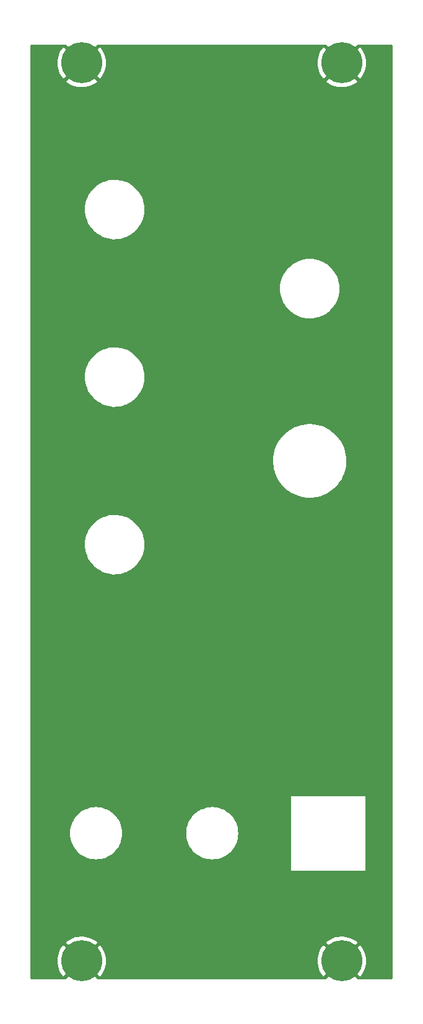
<source format=gtl>
G04 #@! TF.GenerationSoftware,KiCad,Pcbnew,6.0.5+dfsg-1~bpo11+1*
G04 #@! TF.CreationDate,2022-10-14T00:14:09+00:00*
G04 #@! TF.ProjectId,SSI2140_Phase_Shifter_front_panel,53534932-3134-4305-9f50-686173655f53,0*
G04 #@! TF.SameCoordinates,Original*
G04 #@! TF.FileFunction,Copper,L1,Top*
G04 #@! TF.FilePolarity,Positive*
%FSLAX46Y46*%
G04 Gerber Fmt 4.6, Leading zero omitted, Abs format (unit mm)*
G04 Created by KiCad (PCBNEW 6.0.5+dfsg-1~bpo11+1) date 2022-10-14 00:14:09*
%MOMM*%
%LPD*%
G01*
G04 APERTURE LIST*
G04 #@! TA.AperFunction,ComponentPad*
%ADD10C,5.600000*%
G04 #@! TD*
G04 APERTURE END LIST*
D10*
X126305000Y-32705000D03*
X161865000Y-32705000D03*
X161865000Y-155205000D03*
X126305000Y-155205000D03*
G04 #@! TA.AperFunction,Conductor*
G36*
X124188642Y-30233502D02*
G01*
X124209616Y-30250405D01*
X126292190Y-32332980D01*
X126306131Y-32340592D01*
X126307966Y-32340461D01*
X126314580Y-32336210D01*
X128400384Y-30250405D01*
X128462696Y-30216380D01*
X128489479Y-30213500D01*
X159680521Y-30213500D01*
X159748642Y-30233502D01*
X159769616Y-30250405D01*
X161852190Y-32332980D01*
X161866131Y-32340592D01*
X161867966Y-32340461D01*
X161874580Y-32336210D01*
X163960384Y-30250405D01*
X164022696Y-30216380D01*
X164049479Y-30213500D01*
X168670500Y-30213500D01*
X168738621Y-30233502D01*
X168785114Y-30287158D01*
X168796500Y-30339500D01*
X168796500Y-157570500D01*
X168776498Y-157638621D01*
X168722842Y-157685114D01*
X168670500Y-157696500D01*
X164049479Y-157696500D01*
X163981358Y-157676498D01*
X163960384Y-157659595D01*
X161877810Y-155577020D01*
X161863869Y-155569408D01*
X161862034Y-155569539D01*
X161855420Y-155573790D01*
X159769616Y-157659595D01*
X159707304Y-157693620D01*
X159680521Y-157696500D01*
X128489479Y-157696500D01*
X128421358Y-157676498D01*
X128400384Y-157659595D01*
X126317810Y-155577020D01*
X126303869Y-155569408D01*
X126302034Y-155569539D01*
X126295420Y-155573790D01*
X124209616Y-157659595D01*
X124147304Y-157693620D01*
X124120521Y-157696500D01*
X119439500Y-157696500D01*
X119371379Y-157676498D01*
X119324886Y-157622842D01*
X119313500Y-157570500D01*
X119313500Y-155196832D01*
X122992333Y-155196832D01*
X123010117Y-155547893D01*
X123010827Y-155554649D01*
X123066420Y-155901723D01*
X123067859Y-155908378D01*
X123160608Y-156247410D01*
X123162757Y-156253871D01*
X123291581Y-156580912D01*
X123294412Y-156587095D01*
X123457803Y-156898310D01*
X123461286Y-156904152D01*
X123657330Y-157195896D01*
X123661433Y-157201340D01*
X123781425Y-157343836D01*
X123794164Y-157352279D01*
X123804608Y-157346181D01*
X125932980Y-155217810D01*
X125939357Y-155206131D01*
X126669408Y-155206131D01*
X126669539Y-155207966D01*
X126673790Y-155214580D01*
X128804009Y-157344798D01*
X128817605Y-157352223D01*
X128827218Y-157345522D01*
X128927518Y-157228912D01*
X128931676Y-157223514D01*
X129130762Y-156933840D01*
X129134310Y-156928029D01*
X129300942Y-156618559D01*
X129303849Y-156612381D01*
X129436090Y-156286713D01*
X129438304Y-156280283D01*
X129534598Y-155942237D01*
X129536105Y-155935607D01*
X129595332Y-155589118D01*
X129596112Y-155582378D01*
X129617668Y-155229925D01*
X129617784Y-155226323D01*
X129617853Y-155206819D01*
X129617761Y-155203194D01*
X129617416Y-155196832D01*
X158552333Y-155196832D01*
X158570117Y-155547893D01*
X158570827Y-155554649D01*
X158626420Y-155901723D01*
X158627859Y-155908378D01*
X158720608Y-156247410D01*
X158722757Y-156253871D01*
X158851581Y-156580912D01*
X158854412Y-156587095D01*
X159017803Y-156898310D01*
X159021286Y-156904152D01*
X159217330Y-157195896D01*
X159221433Y-157201340D01*
X159341425Y-157343836D01*
X159354164Y-157352279D01*
X159364608Y-157346181D01*
X161492980Y-155217810D01*
X161499357Y-155206131D01*
X162229408Y-155206131D01*
X162229539Y-155207966D01*
X162233790Y-155214580D01*
X164364009Y-157344798D01*
X164377605Y-157352223D01*
X164387218Y-157345522D01*
X164487518Y-157228912D01*
X164491676Y-157223514D01*
X164690762Y-156933840D01*
X164694310Y-156928029D01*
X164860942Y-156618559D01*
X164863849Y-156612381D01*
X164996090Y-156286713D01*
X164998304Y-156280283D01*
X165094598Y-155942237D01*
X165096105Y-155935607D01*
X165155332Y-155589118D01*
X165156112Y-155582378D01*
X165177668Y-155229925D01*
X165177784Y-155226323D01*
X165177853Y-155206819D01*
X165177761Y-155203194D01*
X165158666Y-154850615D01*
X165157931Y-154843849D01*
X165101130Y-154496985D01*
X165099663Y-154490313D01*
X165005736Y-154151627D01*
X165003562Y-154145163D01*
X164873598Y-153818578D01*
X164870742Y-153812398D01*
X164706269Y-153501763D01*
X164702769Y-153495937D01*
X164505697Y-153204862D01*
X164501590Y-153199453D01*
X164388565Y-153066179D01*
X164375740Y-153057743D01*
X164365416Y-153063795D01*
X162237020Y-155192190D01*
X162229408Y-155206131D01*
X161499357Y-155206131D01*
X161500592Y-155203869D01*
X161500461Y-155202034D01*
X161496210Y-155195420D01*
X159365992Y-153065203D01*
X159352455Y-153057811D01*
X159342753Y-153064599D01*
X159235430Y-153190257D01*
X159231296Y-153195664D01*
X159033215Y-153486041D01*
X159029697Y-153491851D01*
X158864134Y-153801922D01*
X158861259Y-153808087D01*
X158730155Y-154134218D01*
X158727962Y-154140658D01*
X158632846Y-154479044D01*
X158631363Y-154485679D01*
X158573350Y-154832354D01*
X158572591Y-154839126D01*
X158552357Y-155190037D01*
X158552333Y-155196832D01*
X129617416Y-155196832D01*
X129598666Y-154850615D01*
X129597931Y-154843849D01*
X129541130Y-154496985D01*
X129539663Y-154490313D01*
X129445736Y-154151627D01*
X129443562Y-154145163D01*
X129313598Y-153818578D01*
X129310742Y-153812398D01*
X129146269Y-153501763D01*
X129142769Y-153495937D01*
X128945697Y-153204862D01*
X128941590Y-153199453D01*
X128828565Y-153066179D01*
X128815740Y-153057743D01*
X128805416Y-153063795D01*
X126677020Y-155192190D01*
X126669408Y-155206131D01*
X125939357Y-155206131D01*
X125940592Y-155203869D01*
X125940461Y-155202034D01*
X125936210Y-155195420D01*
X123805992Y-153065203D01*
X123792455Y-153057811D01*
X123782753Y-153064599D01*
X123675430Y-153190257D01*
X123671296Y-153195664D01*
X123473215Y-153486041D01*
X123469697Y-153491851D01*
X123304134Y-153801922D01*
X123301259Y-153808087D01*
X123170155Y-154134218D01*
X123167962Y-154140658D01*
X123072846Y-154479044D01*
X123071363Y-154485679D01*
X123013350Y-154832354D01*
X123012591Y-154839126D01*
X122992357Y-155190037D01*
X122992333Y-155196832D01*
X119313500Y-155196832D01*
X119313500Y-152691862D01*
X124154950Y-152691862D01*
X124154986Y-152692704D01*
X124160037Y-152700826D01*
X126292190Y-154832980D01*
X126306131Y-154840592D01*
X126307966Y-154840461D01*
X126314580Y-154836210D01*
X128447798Y-152702991D01*
X128453875Y-152691862D01*
X159714950Y-152691862D01*
X159714986Y-152692704D01*
X159720037Y-152700826D01*
X161852190Y-154832980D01*
X161866131Y-154840592D01*
X161867966Y-154840461D01*
X161874580Y-154836210D01*
X164007798Y-152702991D01*
X164015412Y-152689047D01*
X164015344Y-152688089D01*
X164010836Y-152681272D01*
X164009418Y-152680065D01*
X163729813Y-152467064D01*
X163724187Y-152463240D01*
X163423214Y-152281681D01*
X163417202Y-152278484D01*
X163098370Y-152130487D01*
X163092070Y-152127967D01*
X162759129Y-152015273D01*
X162752551Y-152013437D01*
X162409417Y-151937367D01*
X162402678Y-151936251D01*
X162053310Y-151897680D01*
X162046529Y-151897301D01*
X161695015Y-151896687D01*
X161688242Y-151897042D01*
X161338720Y-151934395D01*
X161332010Y-151935482D01*
X160988586Y-152010361D01*
X160982011Y-152012172D01*
X160648683Y-152123702D01*
X160642361Y-152126205D01*
X160323034Y-152273079D01*
X160316991Y-152276265D01*
X160015401Y-152456763D01*
X160009755Y-152460571D01*
X159729408Y-152672596D01*
X159724211Y-152676987D01*
X159722972Y-152678155D01*
X159714950Y-152691862D01*
X128453875Y-152691862D01*
X128455412Y-152689047D01*
X128455344Y-152688089D01*
X128450836Y-152681272D01*
X128449418Y-152680065D01*
X128169813Y-152467064D01*
X128164187Y-152463240D01*
X127863214Y-152281681D01*
X127857202Y-152278484D01*
X127538370Y-152130487D01*
X127532070Y-152127967D01*
X127199129Y-152015273D01*
X127192551Y-152013437D01*
X126849417Y-151937367D01*
X126842678Y-151936251D01*
X126493310Y-151897680D01*
X126486529Y-151897301D01*
X126135015Y-151896687D01*
X126128242Y-151897042D01*
X125778720Y-151934395D01*
X125772010Y-151935482D01*
X125428586Y-152010361D01*
X125422011Y-152012172D01*
X125088683Y-152123702D01*
X125082361Y-152126205D01*
X124763034Y-152273079D01*
X124756991Y-152276265D01*
X124455401Y-152456763D01*
X124449755Y-152460571D01*
X124169408Y-152672596D01*
X124164211Y-152676987D01*
X124162972Y-152678155D01*
X124154950Y-152691862D01*
X119313500Y-152691862D01*
X119313500Y-142875000D01*
X154940000Y-142875000D01*
X165100000Y-142875000D01*
X165100000Y-132715000D01*
X154940000Y-132715000D01*
X154940000Y-142875000D01*
X119313500Y-142875000D01*
X119313500Y-137795000D01*
X124706617Y-137795000D01*
X124726138Y-138167475D01*
X124784485Y-138535869D01*
X124881021Y-138896146D01*
X125014688Y-139244358D01*
X125016180Y-139247286D01*
X125016183Y-139247293D01*
X125037361Y-139288856D01*
X125184020Y-139576691D01*
X125185816Y-139579457D01*
X125185818Y-139579460D01*
X125385366Y-139886737D01*
X125387163Y-139889504D01*
X125621890Y-140179369D01*
X125885631Y-140443110D01*
X126175496Y-140677837D01*
X126488308Y-140880980D01*
X126661083Y-140969013D01*
X126817707Y-141048817D01*
X126817714Y-141048820D01*
X126820642Y-141050312D01*
X126823714Y-141051491D01*
X126823718Y-141051493D01*
X126949749Y-141099872D01*
X127168854Y-141183979D01*
X127529131Y-141280515D01*
X127532381Y-141281030D01*
X127532387Y-141281031D01*
X127805628Y-141324307D01*
X127897525Y-141338862D01*
X127900810Y-141339034D01*
X127900818Y-141339035D01*
X128266699Y-141358210D01*
X128270000Y-141358383D01*
X128273301Y-141358210D01*
X128639182Y-141339035D01*
X128639190Y-141339034D01*
X128642475Y-141338862D01*
X128734372Y-141324307D01*
X129007613Y-141281031D01*
X129007619Y-141281030D01*
X129010869Y-141280515D01*
X129371146Y-141183979D01*
X129590251Y-141099872D01*
X129716282Y-141051493D01*
X129716286Y-141051491D01*
X129719358Y-141050312D01*
X129722286Y-141048820D01*
X129722293Y-141048817D01*
X129878917Y-140969013D01*
X130051692Y-140880980D01*
X130364504Y-140677837D01*
X130654369Y-140443110D01*
X130918110Y-140179369D01*
X131152837Y-139889504D01*
X131154634Y-139886737D01*
X131354182Y-139579460D01*
X131354184Y-139579457D01*
X131355980Y-139576691D01*
X131502640Y-139288856D01*
X131523817Y-139247293D01*
X131523820Y-139247286D01*
X131525312Y-139244358D01*
X131658979Y-138896146D01*
X131755515Y-138535869D01*
X131813862Y-138167475D01*
X131833383Y-137795000D01*
X140581617Y-137795000D01*
X140601138Y-138167475D01*
X140659485Y-138535869D01*
X140756021Y-138896146D01*
X140889688Y-139244358D01*
X140891180Y-139247286D01*
X140891183Y-139247293D01*
X140912361Y-139288856D01*
X141059020Y-139576691D01*
X141060816Y-139579457D01*
X141060818Y-139579460D01*
X141260366Y-139886737D01*
X141262163Y-139889504D01*
X141496890Y-140179369D01*
X141760631Y-140443110D01*
X142050496Y-140677837D01*
X142363308Y-140880980D01*
X142536083Y-140969013D01*
X142692707Y-141048817D01*
X142692714Y-141048820D01*
X142695642Y-141050312D01*
X142698714Y-141051491D01*
X142698718Y-141051493D01*
X142824749Y-141099872D01*
X143043854Y-141183979D01*
X143404131Y-141280515D01*
X143407381Y-141281030D01*
X143407387Y-141281031D01*
X143680628Y-141324307D01*
X143772525Y-141338862D01*
X143775810Y-141339034D01*
X143775818Y-141339035D01*
X144141699Y-141358210D01*
X144145000Y-141358383D01*
X144148301Y-141358210D01*
X144514182Y-141339035D01*
X144514190Y-141339034D01*
X144517475Y-141338862D01*
X144609372Y-141324307D01*
X144882613Y-141281031D01*
X144882619Y-141281030D01*
X144885869Y-141280515D01*
X145246146Y-141183979D01*
X145465251Y-141099872D01*
X145591282Y-141051493D01*
X145591286Y-141051491D01*
X145594358Y-141050312D01*
X145597286Y-141048820D01*
X145597293Y-141048817D01*
X145753917Y-140969013D01*
X145926692Y-140880980D01*
X146239504Y-140677837D01*
X146529369Y-140443110D01*
X146793110Y-140179369D01*
X147027837Y-139889504D01*
X147029634Y-139886737D01*
X147229182Y-139579460D01*
X147229184Y-139579457D01*
X147230980Y-139576691D01*
X147377640Y-139288856D01*
X147398817Y-139247293D01*
X147398820Y-139247286D01*
X147400312Y-139244358D01*
X147533979Y-138896146D01*
X147630515Y-138535869D01*
X147688862Y-138167475D01*
X147708383Y-137795000D01*
X147688862Y-137422525D01*
X147630515Y-137054131D01*
X147533979Y-136693854D01*
X147400312Y-136345642D01*
X147398817Y-136342707D01*
X147232479Y-136016250D01*
X147232475Y-136016243D01*
X147230980Y-136013309D01*
X147116316Y-135836741D01*
X147029634Y-135703263D01*
X147029633Y-135703262D01*
X147027837Y-135700496D01*
X146793110Y-135410631D01*
X146529369Y-135146890D01*
X146239504Y-134912163D01*
X145926692Y-134709020D01*
X145753917Y-134620987D01*
X145597293Y-134541183D01*
X145597286Y-134541180D01*
X145594358Y-134539688D01*
X145591286Y-134538509D01*
X145591282Y-134538507D01*
X145465251Y-134490128D01*
X145246146Y-134406021D01*
X144885869Y-134309485D01*
X144882619Y-134308970D01*
X144882613Y-134308969D01*
X144609372Y-134265693D01*
X144517475Y-134251138D01*
X144514190Y-134250966D01*
X144514182Y-134250965D01*
X144148301Y-134231790D01*
X144145000Y-134231617D01*
X144141699Y-134231790D01*
X143775818Y-134250965D01*
X143775810Y-134250966D01*
X143772525Y-134251138D01*
X143680628Y-134265693D01*
X143407387Y-134308969D01*
X143407381Y-134308970D01*
X143404131Y-134309485D01*
X143043854Y-134406021D01*
X142824749Y-134490128D01*
X142698718Y-134538507D01*
X142698714Y-134538509D01*
X142695642Y-134539688D01*
X142692714Y-134541180D01*
X142692707Y-134541183D01*
X142366250Y-134707521D01*
X142366247Y-134707523D01*
X142363309Y-134709020D01*
X142360543Y-134710816D01*
X142360540Y-134710818D01*
X142053263Y-134910366D01*
X142050496Y-134912163D01*
X142047939Y-134914234D01*
X142047933Y-134914238D01*
X141763192Y-135144816D01*
X141760631Y-135146890D01*
X141496890Y-135410631D01*
X141262163Y-135700496D01*
X141260367Y-135703262D01*
X141260366Y-135703263D01*
X141173685Y-135836741D01*
X141059020Y-136013309D01*
X141057525Y-136016243D01*
X141057521Y-136016250D01*
X140891183Y-136342707D01*
X140889688Y-136345642D01*
X140756021Y-136693854D01*
X140659485Y-137054131D01*
X140601138Y-137422525D01*
X140581617Y-137795000D01*
X131833383Y-137795000D01*
X131813862Y-137422525D01*
X131755515Y-137054131D01*
X131658979Y-136693854D01*
X131525312Y-136345642D01*
X131523817Y-136342707D01*
X131357479Y-136016250D01*
X131357475Y-136016243D01*
X131355980Y-136013309D01*
X131241316Y-135836741D01*
X131154634Y-135703263D01*
X131154633Y-135703262D01*
X131152837Y-135700496D01*
X130918110Y-135410631D01*
X130654369Y-135146890D01*
X130364504Y-134912163D01*
X130051692Y-134709020D01*
X129878917Y-134620987D01*
X129722293Y-134541183D01*
X129722286Y-134541180D01*
X129719358Y-134539688D01*
X129716286Y-134538509D01*
X129716282Y-134538507D01*
X129590251Y-134490128D01*
X129371146Y-134406021D01*
X129010869Y-134309485D01*
X129007619Y-134308970D01*
X129007613Y-134308969D01*
X128734372Y-134265693D01*
X128642475Y-134251138D01*
X128639190Y-134250966D01*
X128639182Y-134250965D01*
X128273301Y-134231790D01*
X128270000Y-134231617D01*
X128266699Y-134231790D01*
X127900818Y-134250965D01*
X127900810Y-134250966D01*
X127897525Y-134251138D01*
X127805628Y-134265693D01*
X127532387Y-134308969D01*
X127532381Y-134308970D01*
X127529131Y-134309485D01*
X127168854Y-134406021D01*
X126949749Y-134490128D01*
X126823718Y-134538507D01*
X126823714Y-134538509D01*
X126820642Y-134539688D01*
X126817714Y-134541180D01*
X126817707Y-134541183D01*
X126491250Y-134707521D01*
X126491247Y-134707523D01*
X126488309Y-134709020D01*
X126485543Y-134710816D01*
X126485540Y-134710818D01*
X126178263Y-134910366D01*
X126175496Y-134912163D01*
X126172939Y-134914234D01*
X126172933Y-134914238D01*
X125888192Y-135144816D01*
X125885631Y-135146890D01*
X125621890Y-135410631D01*
X125387163Y-135700496D01*
X125385367Y-135703262D01*
X125385366Y-135703263D01*
X125298685Y-135836741D01*
X125184020Y-136013309D01*
X125182525Y-136016243D01*
X125182521Y-136016250D01*
X125016183Y-136342707D01*
X125014688Y-136345642D01*
X124881021Y-136693854D01*
X124784485Y-137054131D01*
X124726138Y-137422525D01*
X124706617Y-137795000D01*
X119313500Y-137795000D01*
X119313500Y-98368266D01*
X126747001Y-98368266D01*
X126747109Y-98371356D01*
X126747499Y-98382534D01*
X126759347Y-98721798D01*
X126760856Y-98765016D01*
X126813361Y-99158521D01*
X126904014Y-99545023D01*
X127031951Y-99920835D01*
X127195950Y-100282369D01*
X127394446Y-100626174D01*
X127396235Y-100628672D01*
X127396237Y-100628676D01*
X127496353Y-100768516D01*
X127625544Y-100948969D01*
X127887038Y-101247671D01*
X127889286Y-101249782D01*
X128174178Y-101517314D01*
X128174185Y-101517320D01*
X128176433Y-101519431D01*
X128178883Y-101521318D01*
X128178888Y-101521322D01*
X128488522Y-101759773D01*
X128490965Y-101761654D01*
X128493564Y-101763278D01*
X128493574Y-101763285D01*
X128674998Y-101876650D01*
X128827634Y-101972027D01*
X129183224Y-102148544D01*
X129554342Y-102289518D01*
X129937446Y-102393605D01*
X129940489Y-102394120D01*
X129940495Y-102394121D01*
X130325837Y-102459297D01*
X130325844Y-102459298D01*
X130328878Y-102459811D01*
X130331949Y-102460026D01*
X130331951Y-102460026D01*
X130721837Y-102487290D01*
X130721845Y-102487290D01*
X130724903Y-102487504D01*
X130981170Y-102480346D01*
X131118666Y-102476505D01*
X131118669Y-102476505D01*
X131121740Y-102476419D01*
X131124793Y-102476033D01*
X131124797Y-102476033D01*
X131313315Y-102452218D01*
X131515601Y-102426663D01*
X131518605Y-102425981D01*
X131518608Y-102425980D01*
X131899731Y-102339391D01*
X131899737Y-102339389D01*
X131902727Y-102338710D01*
X132050604Y-102289518D01*
X132276499Y-102214373D01*
X132276505Y-102214371D01*
X132279423Y-102213400D01*
X132422633Y-102149639D01*
X132639294Y-102053176D01*
X132639300Y-102053173D01*
X132642094Y-102051929D01*
X132782747Y-101972027D01*
X132984603Y-101857357D01*
X132984611Y-101857352D01*
X132987276Y-101855838D01*
X133311676Y-101626999D01*
X133612197Y-101367596D01*
X133614318Y-101365369D01*
X133614324Y-101365363D01*
X133883853Y-101082329D01*
X133885970Y-101080106D01*
X133919237Y-101037527D01*
X134128472Y-100769717D01*
X134128474Y-100769714D01*
X134130382Y-100767272D01*
X134132038Y-100764662D01*
X134132044Y-100764654D01*
X134341447Y-100434688D01*
X134341451Y-100434681D01*
X134343101Y-100432081D01*
X134369390Y-100380039D01*
X134428043Y-100263925D01*
X134522096Y-100077732D01*
X134523203Y-100074878D01*
X134523207Y-100074869D01*
X134664543Y-99710483D01*
X134664546Y-99710474D01*
X134665658Y-99707607D01*
X134772417Y-99325239D01*
X134841354Y-98934278D01*
X134871811Y-98538457D01*
X134873395Y-98425000D01*
X134870772Y-98371356D01*
X134854152Y-98031552D01*
X134854002Y-98028482D01*
X134845220Y-97969012D01*
X134796458Y-97638795D01*
X134796457Y-97638791D01*
X134796008Y-97635749D01*
X134699967Y-97250550D01*
X134681728Y-97199327D01*
X134567828Y-96879460D01*
X134566796Y-96876561D01*
X134397765Y-96517352D01*
X134368015Y-96467445D01*
X134196068Y-96179003D01*
X134194488Y-96176352D01*
X133958906Y-95856815D01*
X133693266Y-95561793D01*
X133400105Y-95294100D01*
X133082222Y-95056293D01*
X133033370Y-95026707D01*
X132745277Y-94852231D01*
X132745268Y-94852226D01*
X132742649Y-94850640D01*
X132384629Y-94679106D01*
X132325229Y-94657486D01*
X132014475Y-94544381D01*
X132014474Y-94544381D01*
X132011579Y-94543327D01*
X131804688Y-94490206D01*
X131630043Y-94445365D01*
X131630040Y-94445364D01*
X131627059Y-94444599D01*
X131234740Y-94383865D01*
X131231683Y-94383694D01*
X131231682Y-94383694D01*
X131202924Y-94382086D01*
X130838368Y-94361704D01*
X130835290Y-94361833D01*
X130835286Y-94361833D01*
X130576983Y-94372659D01*
X130441724Y-94378328D01*
X130438680Y-94378756D01*
X130438678Y-94378756D01*
X130398989Y-94384334D01*
X130048596Y-94433579D01*
X129662735Y-94526928D01*
X129287825Y-94657486D01*
X129241035Y-94679106D01*
X128930242Y-94822712D01*
X128930232Y-94822717D01*
X128927445Y-94824005D01*
X128585034Y-95024896D01*
X128544018Y-95054696D01*
X128266342Y-95256439D01*
X128266336Y-95256444D01*
X128263861Y-95258242D01*
X128261575Y-95260271D01*
X128261572Y-95260274D01*
X128221134Y-95296177D01*
X127966991Y-95521815D01*
X127964901Y-95524072D01*
X127964899Y-95524074D01*
X127699354Y-95810837D01*
X127699349Y-95810843D01*
X127697259Y-95813100D01*
X127695399Y-95815550D01*
X127695396Y-95815554D01*
X127662202Y-95859286D01*
X127457238Y-96129316D01*
X127455627Y-96131934D01*
X127455624Y-96131939D01*
X127250834Y-96464821D01*
X127249220Y-96467445D01*
X127075190Y-96824258D01*
X127074119Y-96827139D01*
X127074116Y-96827145D01*
X126988146Y-97058313D01*
X126936810Y-97196352D01*
X126835400Y-97580173D01*
X126771928Y-97972058D01*
X126771734Y-97975138D01*
X126771734Y-97975140D01*
X126764762Y-98085967D01*
X126747001Y-98368266D01*
X119313500Y-98368266D01*
X119313500Y-86863761D01*
X152468170Y-86863761D01*
X152469554Y-86939270D01*
X152476345Y-87309803D01*
X152476644Y-87312578D01*
X152518838Y-87704162D01*
X152524138Y-87753353D01*
X152524683Y-87756094D01*
X152524684Y-87756099D01*
X152600472Y-88137105D01*
X152611172Y-88190899D01*
X152611959Y-88193580D01*
X152611960Y-88193586D01*
X152691399Y-88464369D01*
X152736756Y-88618976D01*
X152737776Y-88621572D01*
X152737777Y-88621575D01*
X152881008Y-88986120D01*
X152899896Y-89034194D01*
X153099301Y-89433266D01*
X153333392Y-89813032D01*
X153600315Y-90170485D01*
X153602176Y-90172563D01*
X153602177Y-90172564D01*
X153876884Y-90479268D01*
X153897957Y-90502796D01*
X153899994Y-90504699D01*
X153900001Y-90504706D01*
X154121633Y-90711742D01*
X154223961Y-90807332D01*
X154226157Y-90809045D01*
X154226161Y-90809048D01*
X154452577Y-90985625D01*
X154575746Y-91081682D01*
X154736588Y-91185536D01*
X154948183Y-91322162D01*
X154948191Y-91322167D01*
X154950527Y-91323675D01*
X155345335Y-91531394D01*
X155347928Y-91532476D01*
X155754462Y-91702116D01*
X155754467Y-91702118D01*
X155757046Y-91703194D01*
X155759711Y-91704037D01*
X155759717Y-91704039D01*
X155991317Y-91777284D01*
X156182398Y-91837715D01*
X156185128Y-91838318D01*
X156185129Y-91838318D01*
X156577664Y-91924982D01*
X156618025Y-91933893D01*
X156620799Y-91934251D01*
X156620800Y-91934251D01*
X157057707Y-91990608D01*
X157057714Y-91990609D01*
X157060477Y-91990965D01*
X157063264Y-91991075D01*
X157063270Y-91991075D01*
X157321519Y-92001221D01*
X157506251Y-92008479D01*
X157509043Y-92008340D01*
X157509048Y-92008340D01*
X157949013Y-91986438D01*
X157949022Y-91986437D01*
X157951817Y-91986298D01*
X157954594Y-91985910D01*
X157954596Y-91985910D01*
X158032542Y-91975025D01*
X158393647Y-91924596D01*
X158396357Y-91923968D01*
X158396367Y-91923966D01*
X158825515Y-91824494D01*
X158828242Y-91823862D01*
X159050990Y-91750842D01*
X159249510Y-91685764D01*
X159249516Y-91685762D01*
X159252163Y-91684894D01*
X159662052Y-91508791D01*
X160054664Y-91296950D01*
X160426890Y-91051046D01*
X160775782Y-90773026D01*
X161098580Y-90465093D01*
X161313168Y-90220402D01*
X161390874Y-90131795D01*
X161390877Y-90131791D01*
X161392725Y-90129684D01*
X161462131Y-90034680D01*
X161654242Y-89771712D01*
X161655891Y-89769455D01*
X161833582Y-89474311D01*
X161884541Y-89389669D01*
X161884546Y-89389660D01*
X161885992Y-89387258D01*
X162081207Y-88986120D01*
X162170211Y-88752428D01*
X162238994Y-88571832D01*
X162238996Y-88571825D01*
X162239990Y-88569216D01*
X162361085Y-88139848D01*
X162369480Y-88095207D01*
X162443015Y-87704162D01*
X162443017Y-87704150D01*
X162443531Y-87701415D01*
X162479719Y-87329000D01*
X162486462Y-87259606D01*
X162486463Y-87259594D01*
X162486677Y-87257389D01*
X162493548Y-86995000D01*
X162473700Y-86549324D01*
X162414312Y-86107177D01*
X162315855Y-85672060D01*
X162179108Y-85247417D01*
X162125622Y-85121104D01*
X162006245Y-84839186D01*
X162006245Y-84839185D01*
X162005155Y-84836612D01*
X161941134Y-84716458D01*
X161796679Y-84445351D01*
X161795371Y-84442896D01*
X161793850Y-84440567D01*
X161552944Y-84071721D01*
X161552941Y-84071717D01*
X161551420Y-84069388D01*
X161468192Y-83963813D01*
X161276960Y-83721237D01*
X161276958Y-83721235D01*
X161275231Y-83719044D01*
X160968992Y-83394639D01*
X160710902Y-83165898D01*
X160637234Y-83100607D01*
X160637227Y-83100602D01*
X160635128Y-83098741D01*
X160276282Y-82833694D01*
X160075449Y-82711345D01*
X159897684Y-82603049D01*
X159897677Y-82603045D01*
X159895295Y-82601594D01*
X159772964Y-82541267D01*
X159497696Y-82405521D01*
X159495184Y-82404282D01*
X159079118Y-82243318D01*
X158942562Y-82204032D01*
X158653071Y-82120748D01*
X158653065Y-82120746D01*
X158650390Y-82119977D01*
X158647653Y-82119448D01*
X158647647Y-82119446D01*
X158496581Y-82090219D01*
X158212394Y-82035236D01*
X158209617Y-82034951D01*
X158209607Y-82034950D01*
X157934789Y-82006793D01*
X157768600Y-81989765D01*
X157765810Y-81989728D01*
X157765802Y-81989728D01*
X157487276Y-81986083D01*
X157322521Y-81983926D01*
X157319721Y-81984139D01*
X157319720Y-81984139D01*
X156880475Y-82017551D01*
X156877688Y-82017763D01*
X156437625Y-82091010D01*
X156347566Y-82114385D01*
X156008533Y-82202380D01*
X156008522Y-82202383D01*
X156005815Y-82203086D01*
X155737441Y-82298913D01*
X155588320Y-82352159D01*
X155588315Y-82352161D01*
X155585677Y-82353103D01*
X155583137Y-82354274D01*
X155583132Y-82354276D01*
X155474661Y-82404282D01*
X155180538Y-82539875D01*
X154793607Y-82761921D01*
X154791315Y-82763523D01*
X154791307Y-82763528D01*
X154486471Y-82976581D01*
X154427945Y-83017485D01*
X154425804Y-83019285D01*
X154425801Y-83019287D01*
X154098818Y-83294146D01*
X154086450Y-83304542D01*
X154084476Y-83306526D01*
X154084472Y-83306530D01*
X153996823Y-83394639D01*
X153771824Y-83620819D01*
X153486559Y-83963813D01*
X153232914Y-84330808D01*
X153012896Y-84718897D01*
X153011737Y-84721446D01*
X153011735Y-84721450D01*
X152829405Y-85122462D01*
X152829400Y-85122473D01*
X152828248Y-85125008D01*
X152827326Y-85127634D01*
X152827321Y-85127646D01*
X152743148Y-85367340D01*
X152680433Y-85545925D01*
X152679742Y-85548645D01*
X152679741Y-85548649D01*
X152647706Y-85674788D01*
X152570619Y-85978316D01*
X152570176Y-85981066D01*
X152570174Y-85981076D01*
X152531737Y-86219714D01*
X152499678Y-86418757D01*
X152499480Y-86421558D01*
X152499479Y-86421564D01*
X152486456Y-86605498D01*
X152468170Y-86863761D01*
X119313500Y-86863761D01*
X119313500Y-75508266D01*
X126747001Y-75508266D01*
X126747109Y-75511356D01*
X126747499Y-75522534D01*
X126759347Y-75861798D01*
X126760856Y-75905016D01*
X126813361Y-76298521D01*
X126904014Y-76685023D01*
X127031951Y-77060835D01*
X127195950Y-77422369D01*
X127394446Y-77766174D01*
X127396235Y-77768672D01*
X127396237Y-77768676D01*
X127496353Y-77908516D01*
X127625544Y-78088969D01*
X127887038Y-78387671D01*
X127889286Y-78389782D01*
X128174178Y-78657314D01*
X128174185Y-78657320D01*
X128176433Y-78659431D01*
X128178883Y-78661318D01*
X128178888Y-78661322D01*
X128488522Y-78899773D01*
X128490965Y-78901654D01*
X128493564Y-78903278D01*
X128493574Y-78903285D01*
X128674998Y-79016650D01*
X128827634Y-79112027D01*
X129183224Y-79288544D01*
X129554342Y-79429518D01*
X129937446Y-79533605D01*
X129940489Y-79534120D01*
X129940495Y-79534121D01*
X130325837Y-79599297D01*
X130325844Y-79599298D01*
X130328878Y-79599811D01*
X130331949Y-79600026D01*
X130331951Y-79600026D01*
X130721837Y-79627290D01*
X130721845Y-79627290D01*
X130724903Y-79627504D01*
X130981170Y-79620346D01*
X131118666Y-79616505D01*
X131118669Y-79616505D01*
X131121740Y-79616419D01*
X131124793Y-79616033D01*
X131124797Y-79616033D01*
X131313315Y-79592218D01*
X131515601Y-79566663D01*
X131518605Y-79565981D01*
X131518608Y-79565980D01*
X131899731Y-79479391D01*
X131899737Y-79479389D01*
X131902727Y-79478710D01*
X132050604Y-79429518D01*
X132276499Y-79354373D01*
X132276505Y-79354371D01*
X132279423Y-79353400D01*
X132422633Y-79289639D01*
X132639294Y-79193176D01*
X132639300Y-79193173D01*
X132642094Y-79191929D01*
X132782747Y-79112027D01*
X132984603Y-78997357D01*
X132984611Y-78997352D01*
X132987276Y-78995838D01*
X133311676Y-78766999D01*
X133612197Y-78507596D01*
X133614318Y-78505369D01*
X133614324Y-78505363D01*
X133883853Y-78222329D01*
X133885970Y-78220106D01*
X133919237Y-78177527D01*
X134128472Y-77909717D01*
X134128474Y-77909714D01*
X134130382Y-77907272D01*
X134132038Y-77904662D01*
X134132044Y-77904654D01*
X134341447Y-77574688D01*
X134341451Y-77574681D01*
X134343101Y-77572081D01*
X134369390Y-77520039D01*
X134428043Y-77403925D01*
X134522096Y-77217732D01*
X134523203Y-77214878D01*
X134523207Y-77214869D01*
X134664543Y-76850483D01*
X134664546Y-76850474D01*
X134665658Y-76847607D01*
X134772417Y-76465239D01*
X134841354Y-76074278D01*
X134871811Y-75678457D01*
X134873395Y-75565000D01*
X134870772Y-75511356D01*
X134854152Y-75171552D01*
X134854002Y-75168482D01*
X134845220Y-75109012D01*
X134796458Y-74778795D01*
X134796457Y-74778791D01*
X134796008Y-74775749D01*
X134699967Y-74390550D01*
X134681728Y-74339327D01*
X134567828Y-74019460D01*
X134566796Y-74016561D01*
X134397765Y-73657352D01*
X134368015Y-73607445D01*
X134196068Y-73319003D01*
X134194488Y-73316352D01*
X133958906Y-72996815D01*
X133693266Y-72701793D01*
X133400105Y-72434100D01*
X133082222Y-72196293D01*
X133033370Y-72166707D01*
X132745277Y-71992231D01*
X132745268Y-71992226D01*
X132742649Y-71990640D01*
X132384629Y-71819106D01*
X132325229Y-71797486D01*
X132014475Y-71684381D01*
X132014474Y-71684381D01*
X132011579Y-71683327D01*
X131804688Y-71630206D01*
X131630043Y-71585365D01*
X131630040Y-71585364D01*
X131627059Y-71584599D01*
X131234740Y-71523865D01*
X131231683Y-71523694D01*
X131231682Y-71523694D01*
X131202924Y-71522086D01*
X130838368Y-71501704D01*
X130835290Y-71501833D01*
X130835286Y-71501833D01*
X130576983Y-71512659D01*
X130441724Y-71518328D01*
X130438680Y-71518756D01*
X130438678Y-71518756D01*
X130398989Y-71524334D01*
X130048596Y-71573579D01*
X129662735Y-71666928D01*
X129287825Y-71797486D01*
X129241035Y-71819106D01*
X128930242Y-71962712D01*
X128930232Y-71962717D01*
X128927445Y-71964005D01*
X128585034Y-72164896D01*
X128544018Y-72194696D01*
X128266342Y-72396439D01*
X128266336Y-72396444D01*
X128263861Y-72398242D01*
X128261575Y-72400271D01*
X128261572Y-72400274D01*
X128221134Y-72436177D01*
X127966991Y-72661815D01*
X127964901Y-72664072D01*
X127964899Y-72664074D01*
X127699354Y-72950837D01*
X127699349Y-72950843D01*
X127697259Y-72953100D01*
X127695399Y-72955550D01*
X127695396Y-72955554D01*
X127662202Y-72999286D01*
X127457238Y-73269316D01*
X127455627Y-73271934D01*
X127455624Y-73271939D01*
X127250834Y-73604821D01*
X127249220Y-73607445D01*
X127075190Y-73964258D01*
X127074119Y-73967139D01*
X127074116Y-73967145D01*
X126988146Y-74198313D01*
X126936810Y-74336352D01*
X126835400Y-74720173D01*
X126771928Y-75112058D01*
X126771734Y-75115138D01*
X126771734Y-75115140D01*
X126764762Y-75225967D01*
X126747001Y-75508266D01*
X119313500Y-75508266D01*
X119313500Y-63443266D01*
X153417001Y-63443266D01*
X153417109Y-63446356D01*
X153417499Y-63457534D01*
X153429347Y-63796798D01*
X153430856Y-63840016D01*
X153483361Y-64233521D01*
X153574014Y-64620023D01*
X153701951Y-64995835D01*
X153865950Y-65357369D01*
X154064446Y-65701174D01*
X154066235Y-65703672D01*
X154066237Y-65703676D01*
X154166353Y-65843516D01*
X154295544Y-66023969D01*
X154557038Y-66322671D01*
X154559286Y-66324782D01*
X154844178Y-66592314D01*
X154844185Y-66592320D01*
X154846433Y-66594431D01*
X154848883Y-66596318D01*
X154848888Y-66596322D01*
X155158522Y-66834773D01*
X155160965Y-66836654D01*
X155163564Y-66838278D01*
X155163574Y-66838285D01*
X155344998Y-66951650D01*
X155497634Y-67047027D01*
X155853224Y-67223544D01*
X156224342Y-67364518D01*
X156607446Y-67468605D01*
X156610489Y-67469120D01*
X156610495Y-67469121D01*
X156995837Y-67534297D01*
X156995844Y-67534298D01*
X156998878Y-67534811D01*
X157001949Y-67535026D01*
X157001951Y-67535026D01*
X157391837Y-67562290D01*
X157391845Y-67562290D01*
X157394903Y-67562504D01*
X157651170Y-67555346D01*
X157788666Y-67551505D01*
X157788669Y-67551505D01*
X157791740Y-67551419D01*
X157794793Y-67551033D01*
X157794797Y-67551033D01*
X157983315Y-67527218D01*
X158185601Y-67501663D01*
X158188605Y-67500981D01*
X158188608Y-67500980D01*
X158569731Y-67414391D01*
X158569737Y-67414389D01*
X158572727Y-67413710D01*
X158720604Y-67364518D01*
X158946499Y-67289373D01*
X158946505Y-67289371D01*
X158949423Y-67288400D01*
X159092633Y-67224639D01*
X159309294Y-67128176D01*
X159309300Y-67128173D01*
X159312094Y-67126929D01*
X159452747Y-67047027D01*
X159654603Y-66932357D01*
X159654611Y-66932352D01*
X159657276Y-66930838D01*
X159981676Y-66701999D01*
X160282197Y-66442596D01*
X160284318Y-66440369D01*
X160284324Y-66440363D01*
X160553853Y-66157329D01*
X160555970Y-66155106D01*
X160589237Y-66112527D01*
X160798472Y-65844717D01*
X160798474Y-65844714D01*
X160800382Y-65842272D01*
X160802038Y-65839662D01*
X160802044Y-65839654D01*
X161011447Y-65509688D01*
X161011451Y-65509681D01*
X161013101Y-65507081D01*
X161039390Y-65455039D01*
X161098043Y-65338925D01*
X161192096Y-65152732D01*
X161193203Y-65149878D01*
X161193207Y-65149869D01*
X161334543Y-64785483D01*
X161334546Y-64785474D01*
X161335658Y-64782607D01*
X161442417Y-64400239D01*
X161511354Y-64009278D01*
X161541811Y-63613457D01*
X161543395Y-63500000D01*
X161540772Y-63446356D01*
X161524152Y-63106552D01*
X161524002Y-63103482D01*
X161515220Y-63044012D01*
X161466458Y-62713795D01*
X161466457Y-62713791D01*
X161466008Y-62710749D01*
X161369967Y-62325550D01*
X161351728Y-62274327D01*
X161237828Y-61954460D01*
X161236796Y-61951561D01*
X161067765Y-61592352D01*
X161038015Y-61542445D01*
X160866068Y-61254003D01*
X160864488Y-61251352D01*
X160628906Y-60931815D01*
X160363266Y-60636793D01*
X160070105Y-60369100D01*
X159752222Y-60131293D01*
X159703370Y-60101707D01*
X159415277Y-59927231D01*
X159415268Y-59927226D01*
X159412649Y-59925640D01*
X159054629Y-59754106D01*
X158995229Y-59732486D01*
X158684475Y-59619381D01*
X158684474Y-59619381D01*
X158681579Y-59618327D01*
X158474688Y-59565206D01*
X158300043Y-59520365D01*
X158300040Y-59520364D01*
X158297059Y-59519599D01*
X157904740Y-59458865D01*
X157901683Y-59458694D01*
X157901682Y-59458694D01*
X157872924Y-59457086D01*
X157508368Y-59436704D01*
X157505290Y-59436833D01*
X157505286Y-59436833D01*
X157246983Y-59447659D01*
X157111724Y-59453328D01*
X157108680Y-59453756D01*
X157108678Y-59453756D01*
X157068989Y-59459334D01*
X156718596Y-59508579D01*
X156332735Y-59601928D01*
X155957825Y-59732486D01*
X155911035Y-59754106D01*
X155600242Y-59897712D01*
X155600232Y-59897717D01*
X155597445Y-59899005D01*
X155255034Y-60099896D01*
X155214018Y-60129696D01*
X154936342Y-60331439D01*
X154936336Y-60331444D01*
X154933861Y-60333242D01*
X154931575Y-60335271D01*
X154931572Y-60335274D01*
X154891134Y-60371177D01*
X154636991Y-60596815D01*
X154634901Y-60599072D01*
X154634899Y-60599074D01*
X154369354Y-60885837D01*
X154369349Y-60885843D01*
X154367259Y-60888100D01*
X154365399Y-60890550D01*
X154365396Y-60890554D01*
X154332202Y-60934286D01*
X154127238Y-61204316D01*
X154125627Y-61206934D01*
X154125624Y-61206939D01*
X153920834Y-61539821D01*
X153919220Y-61542445D01*
X153745190Y-61899258D01*
X153744119Y-61902139D01*
X153744116Y-61902145D01*
X153658146Y-62133313D01*
X153606810Y-62271352D01*
X153505400Y-62655173D01*
X153441928Y-63047058D01*
X153441734Y-63050138D01*
X153441734Y-63050140D01*
X153434762Y-63160967D01*
X153417001Y-63443266D01*
X119313500Y-63443266D01*
X119313500Y-52648266D01*
X126747001Y-52648266D01*
X126747109Y-52651356D01*
X126747499Y-52662534D01*
X126759347Y-53001798D01*
X126760856Y-53045016D01*
X126813361Y-53438521D01*
X126904014Y-53825023D01*
X127031951Y-54200835D01*
X127195950Y-54562369D01*
X127394446Y-54906174D01*
X127396235Y-54908672D01*
X127396237Y-54908676D01*
X127496353Y-55048516D01*
X127625544Y-55228969D01*
X127887038Y-55527671D01*
X127889286Y-55529782D01*
X128174178Y-55797314D01*
X128174185Y-55797320D01*
X128176433Y-55799431D01*
X128178883Y-55801318D01*
X128178888Y-55801322D01*
X128488522Y-56039773D01*
X128490965Y-56041654D01*
X128493564Y-56043278D01*
X128493574Y-56043285D01*
X128674998Y-56156650D01*
X128827634Y-56252027D01*
X129183224Y-56428544D01*
X129554342Y-56569518D01*
X129937446Y-56673605D01*
X129940489Y-56674120D01*
X129940495Y-56674121D01*
X130325837Y-56739297D01*
X130325844Y-56739298D01*
X130328878Y-56739811D01*
X130331949Y-56740026D01*
X130331951Y-56740026D01*
X130721837Y-56767290D01*
X130721845Y-56767290D01*
X130724903Y-56767504D01*
X130981170Y-56760346D01*
X131118666Y-56756505D01*
X131118669Y-56756505D01*
X131121740Y-56756419D01*
X131124793Y-56756033D01*
X131124797Y-56756033D01*
X131313315Y-56732218D01*
X131515601Y-56706663D01*
X131518605Y-56705981D01*
X131518608Y-56705980D01*
X131899731Y-56619391D01*
X131899737Y-56619389D01*
X131902727Y-56618710D01*
X132050604Y-56569518D01*
X132276499Y-56494373D01*
X132276505Y-56494371D01*
X132279423Y-56493400D01*
X132422633Y-56429639D01*
X132639294Y-56333176D01*
X132639300Y-56333173D01*
X132642094Y-56331929D01*
X132782747Y-56252027D01*
X132984603Y-56137357D01*
X132984611Y-56137352D01*
X132987276Y-56135838D01*
X133311676Y-55906999D01*
X133612197Y-55647596D01*
X133614318Y-55645369D01*
X133614324Y-55645363D01*
X133883853Y-55362329D01*
X133885970Y-55360106D01*
X133919237Y-55317527D01*
X134128472Y-55049717D01*
X134128474Y-55049714D01*
X134130382Y-55047272D01*
X134132038Y-55044662D01*
X134132044Y-55044654D01*
X134341447Y-54714688D01*
X134341451Y-54714681D01*
X134343101Y-54712081D01*
X134369390Y-54660039D01*
X134428043Y-54543925D01*
X134522096Y-54357732D01*
X134523203Y-54354878D01*
X134523207Y-54354869D01*
X134664543Y-53990483D01*
X134664546Y-53990474D01*
X134665658Y-53987607D01*
X134772417Y-53605239D01*
X134841354Y-53214278D01*
X134871811Y-52818457D01*
X134873395Y-52705000D01*
X134870772Y-52651356D01*
X134854152Y-52311552D01*
X134854002Y-52308482D01*
X134845220Y-52249012D01*
X134796458Y-51918795D01*
X134796457Y-51918791D01*
X134796008Y-51915749D01*
X134699967Y-51530550D01*
X134681728Y-51479327D01*
X134567828Y-51159460D01*
X134566796Y-51156561D01*
X134397765Y-50797352D01*
X134368015Y-50747445D01*
X134196068Y-50459003D01*
X134194488Y-50456352D01*
X133958906Y-50136815D01*
X133693266Y-49841793D01*
X133400105Y-49574100D01*
X133082222Y-49336293D01*
X133033370Y-49306707D01*
X132745277Y-49132231D01*
X132745268Y-49132226D01*
X132742649Y-49130640D01*
X132384629Y-48959106D01*
X132325229Y-48937486D01*
X132014475Y-48824381D01*
X132014474Y-48824381D01*
X132011579Y-48823327D01*
X131804688Y-48770206D01*
X131630043Y-48725365D01*
X131630040Y-48725364D01*
X131627059Y-48724599D01*
X131234740Y-48663865D01*
X131231683Y-48663694D01*
X131231682Y-48663694D01*
X131202924Y-48662086D01*
X130838368Y-48641704D01*
X130835290Y-48641833D01*
X130835286Y-48641833D01*
X130576983Y-48652659D01*
X130441724Y-48658328D01*
X130438680Y-48658756D01*
X130438678Y-48658756D01*
X130398989Y-48664334D01*
X130048596Y-48713579D01*
X129662735Y-48806928D01*
X129287825Y-48937486D01*
X129241035Y-48959106D01*
X128930242Y-49102712D01*
X128930232Y-49102717D01*
X128927445Y-49104005D01*
X128585034Y-49304896D01*
X128544018Y-49334696D01*
X128266342Y-49536439D01*
X128266336Y-49536444D01*
X128263861Y-49538242D01*
X128261575Y-49540271D01*
X128261572Y-49540274D01*
X128221134Y-49576177D01*
X127966991Y-49801815D01*
X127964901Y-49804072D01*
X127964899Y-49804074D01*
X127699354Y-50090837D01*
X127699349Y-50090843D01*
X127697259Y-50093100D01*
X127695399Y-50095550D01*
X127695396Y-50095554D01*
X127662202Y-50139286D01*
X127457238Y-50409316D01*
X127455627Y-50411934D01*
X127455624Y-50411939D01*
X127250834Y-50744821D01*
X127249220Y-50747445D01*
X127075190Y-51104258D01*
X127074119Y-51107139D01*
X127074116Y-51107145D01*
X126988146Y-51338313D01*
X126936810Y-51476352D01*
X126835400Y-51860173D01*
X126771928Y-52252058D01*
X126771734Y-52255138D01*
X126771734Y-52255140D01*
X126764762Y-52365967D01*
X126747001Y-52648266D01*
X119313500Y-52648266D01*
X119313500Y-35221381D01*
X124154160Y-35221381D01*
X124154237Y-35222470D01*
X124156698Y-35226206D01*
X124430632Y-35436404D01*
X124436262Y-35440259D01*
X124736591Y-35622862D01*
X124742593Y-35626080D01*
X125060897Y-35775184D01*
X125067202Y-35777732D01*
X125399743Y-35891587D01*
X125406313Y-35893446D01*
X125749183Y-35970714D01*
X125755912Y-35971853D01*
X126105143Y-36011643D01*
X126111933Y-36012046D01*
X126463419Y-36013886D01*
X126470220Y-36013554D01*
X126819853Y-35977423D01*
X126826581Y-35976357D01*
X127170274Y-35902676D01*
X127176822Y-35900897D01*
X127510549Y-35790527D01*
X127516891Y-35788041D01*
X127836718Y-35642288D01*
X127842777Y-35639121D01*
X128144995Y-35459676D01*
X128150659Y-35455884D01*
X128431732Y-35244849D01*
X128436958Y-35240464D01*
X128446613Y-35231428D01*
X128452540Y-35221381D01*
X159714160Y-35221381D01*
X159714237Y-35222470D01*
X159716698Y-35226206D01*
X159990632Y-35436404D01*
X159996262Y-35440259D01*
X160296591Y-35622862D01*
X160302593Y-35626080D01*
X160620897Y-35775184D01*
X160627202Y-35777732D01*
X160959743Y-35891587D01*
X160966313Y-35893446D01*
X161309183Y-35970714D01*
X161315912Y-35971853D01*
X161665143Y-36011643D01*
X161671933Y-36012046D01*
X162023419Y-36013886D01*
X162030220Y-36013554D01*
X162379853Y-35977423D01*
X162386581Y-35976357D01*
X162730274Y-35902676D01*
X162736822Y-35900897D01*
X163070549Y-35790527D01*
X163076891Y-35788041D01*
X163396718Y-35642288D01*
X163402777Y-35639121D01*
X163704995Y-35459676D01*
X163710659Y-35455884D01*
X163991732Y-35244849D01*
X163996958Y-35240464D01*
X164006613Y-35231428D01*
X164014682Y-35217750D01*
X164014654Y-35217024D01*
X164009512Y-35208723D01*
X161877810Y-33077020D01*
X161863869Y-33069408D01*
X161862034Y-33069539D01*
X161855420Y-33073790D01*
X159721774Y-35207437D01*
X159714160Y-35221381D01*
X128452540Y-35221381D01*
X128454682Y-35217750D01*
X128454654Y-35217024D01*
X128449512Y-35208723D01*
X126317810Y-33077020D01*
X126303869Y-33069408D01*
X126302034Y-33069539D01*
X126295420Y-33073790D01*
X124161774Y-35207437D01*
X124154160Y-35221381D01*
X119313500Y-35221381D01*
X119313500Y-32696832D01*
X122992333Y-32696832D01*
X123010117Y-33047893D01*
X123010827Y-33054649D01*
X123066420Y-33401723D01*
X123067859Y-33408378D01*
X123160608Y-33747410D01*
X123162757Y-33753871D01*
X123291581Y-34080912D01*
X123294412Y-34087095D01*
X123457803Y-34398310D01*
X123461286Y-34404152D01*
X123657330Y-34695896D01*
X123661433Y-34701340D01*
X123781425Y-34843836D01*
X123794164Y-34852279D01*
X123804608Y-34846181D01*
X125932980Y-32717810D01*
X125939357Y-32706131D01*
X126669408Y-32706131D01*
X126669539Y-32707966D01*
X126673790Y-32714580D01*
X128804009Y-34844798D01*
X128817605Y-34852223D01*
X128827218Y-34845522D01*
X128927518Y-34728912D01*
X128931676Y-34723514D01*
X129130762Y-34433840D01*
X129134310Y-34428029D01*
X129300942Y-34118559D01*
X129303849Y-34112381D01*
X129436090Y-33786713D01*
X129438304Y-33780283D01*
X129534598Y-33442237D01*
X129536105Y-33435607D01*
X129595332Y-33089118D01*
X129596112Y-33082378D01*
X129617668Y-32729925D01*
X129617784Y-32726323D01*
X129617853Y-32706819D01*
X129617761Y-32703194D01*
X129617416Y-32696832D01*
X158552333Y-32696832D01*
X158570117Y-33047893D01*
X158570827Y-33054649D01*
X158626420Y-33401723D01*
X158627859Y-33408378D01*
X158720608Y-33747410D01*
X158722757Y-33753871D01*
X158851581Y-34080912D01*
X158854412Y-34087095D01*
X159017803Y-34398310D01*
X159021286Y-34404152D01*
X159217330Y-34695896D01*
X159221433Y-34701340D01*
X159341425Y-34843836D01*
X159354164Y-34852279D01*
X159364608Y-34846181D01*
X161492980Y-32717810D01*
X161499357Y-32706131D01*
X162229408Y-32706131D01*
X162229539Y-32707966D01*
X162233790Y-32714580D01*
X164364009Y-34844798D01*
X164377605Y-34852223D01*
X164387218Y-34845522D01*
X164487518Y-34728912D01*
X164491676Y-34723514D01*
X164690762Y-34433840D01*
X164694310Y-34428029D01*
X164860942Y-34118559D01*
X164863849Y-34112381D01*
X164996090Y-33786713D01*
X164998304Y-33780283D01*
X165094598Y-33442237D01*
X165096105Y-33435607D01*
X165155332Y-33089118D01*
X165156112Y-33082378D01*
X165177668Y-32729925D01*
X165177784Y-32726323D01*
X165177853Y-32706819D01*
X165177761Y-32703194D01*
X165158666Y-32350615D01*
X165157931Y-32343849D01*
X165101130Y-31996985D01*
X165099663Y-31990313D01*
X165005736Y-31651627D01*
X165003562Y-31645163D01*
X164873598Y-31318578D01*
X164870742Y-31312398D01*
X164706269Y-31001763D01*
X164702769Y-30995937D01*
X164505697Y-30704862D01*
X164501590Y-30699453D01*
X164388565Y-30566179D01*
X164375740Y-30557743D01*
X164365416Y-30563795D01*
X162237020Y-32692190D01*
X162229408Y-32706131D01*
X161499357Y-32706131D01*
X161500592Y-32703869D01*
X161500461Y-32702034D01*
X161496210Y-32695420D01*
X159365992Y-30565203D01*
X159352455Y-30557811D01*
X159342753Y-30564599D01*
X159235430Y-30690257D01*
X159231296Y-30695664D01*
X159033215Y-30986041D01*
X159029697Y-30991851D01*
X158864134Y-31301922D01*
X158861259Y-31308087D01*
X158730155Y-31634218D01*
X158727962Y-31640658D01*
X158632846Y-31979044D01*
X158631363Y-31985679D01*
X158573350Y-32332354D01*
X158572591Y-32339126D01*
X158552357Y-32690037D01*
X158552333Y-32696832D01*
X129617416Y-32696832D01*
X129598666Y-32350615D01*
X129597931Y-32343849D01*
X129541130Y-31996985D01*
X129539663Y-31990313D01*
X129445736Y-31651627D01*
X129443562Y-31645163D01*
X129313598Y-31318578D01*
X129310742Y-31312398D01*
X129146269Y-31001763D01*
X129142769Y-30995937D01*
X128945697Y-30704862D01*
X128941590Y-30699453D01*
X128828565Y-30566179D01*
X128815740Y-30557743D01*
X128805416Y-30563795D01*
X126677020Y-32692190D01*
X126669408Y-32706131D01*
X125939357Y-32706131D01*
X125940592Y-32703869D01*
X125940461Y-32702034D01*
X125936210Y-32695420D01*
X123805992Y-30565203D01*
X123792455Y-30557811D01*
X123782753Y-30564599D01*
X123675430Y-30690257D01*
X123671296Y-30695664D01*
X123473215Y-30986041D01*
X123469697Y-30991851D01*
X123304134Y-31301922D01*
X123301259Y-31308087D01*
X123170155Y-31634218D01*
X123167962Y-31640658D01*
X123072846Y-31979044D01*
X123071363Y-31985679D01*
X123013350Y-32332354D01*
X123012591Y-32339126D01*
X122992357Y-32690037D01*
X122992333Y-32696832D01*
X119313500Y-32696832D01*
X119313500Y-30339500D01*
X119333502Y-30271379D01*
X119387158Y-30224886D01*
X119439500Y-30213500D01*
X124120521Y-30213500D01*
X124188642Y-30233502D01*
G37*
G04 #@! TD.AperFunction*
M02*

</source>
